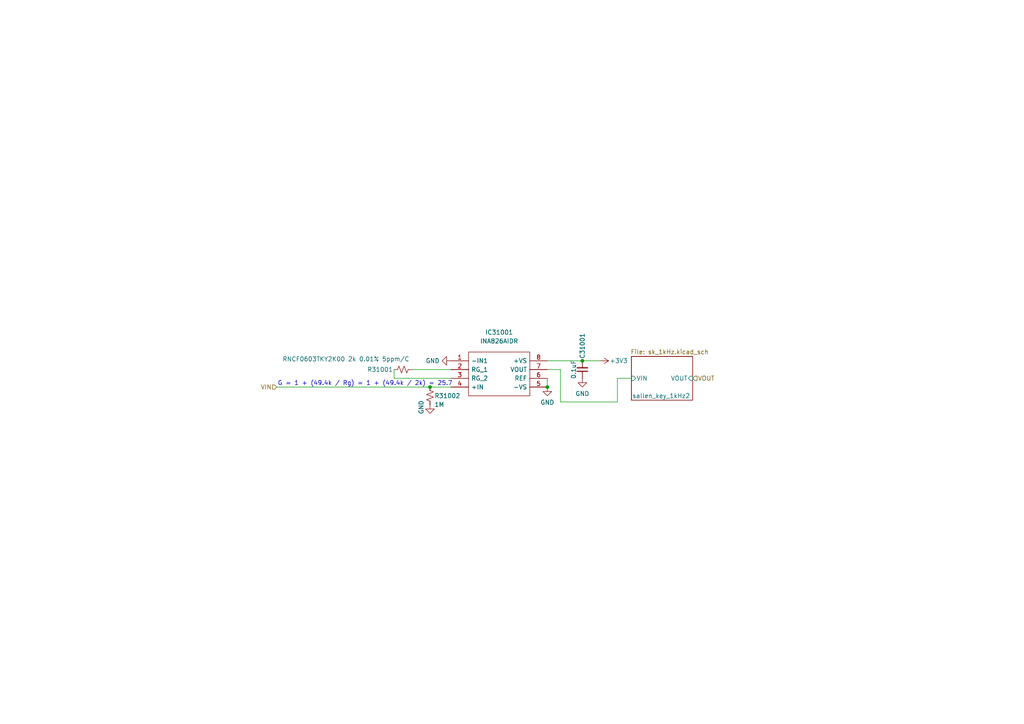
<source format=kicad_sch>
(kicad_sch (version 20231120) (generator "eeschema") (generator_version "8.0")
  (paper "A4")
  (lib_symbols
    (symbol "Device:C_Small" (pin_numbers hide) (pin_names (offset 0.254) hide)
      (property "Reference" "C" (at 0.254 1.778 0))
      (property "Value" "C_Small" (at 0.254 -2.032 0))
      (symbol "C_Small_0_1"
        (polyline (pts (xy -1.524 -0.508) (xy 1.524 -0.508)) (stroke (width 0.3302)))
        (polyline (pts (xy -1.524 0.508) (xy 1.524 0.508)) (stroke (width 0.3048)))
      )
      (symbol "C_Small_1_1"
        (pin passive line (at 0 2.54 270) (length 2.032) (name "~") (number "1"))
        (pin passive line (at 0 -2.54 90) (length 2.032) (name "~") (number "2"))
      )
    )
    (symbol "Device:R_Small_US" (pin_numbers hide) (pin_names (offset 0.254) hide)
      (property "Reference" "R" (at 0.762 0.508 0))
      (property "Value" "R_Small_US" (at 0.762 -1.016 0))
      (symbol "R_Small_US_1_1"
        (polyline (pts (xy 0 0) (xy 1.016 -0.381) (xy 0 -0.762) (xy -1.016 -1.143) (xy 0 -1.524)))
        (polyline (pts (xy 0 1.524) (xy 1.016 1.143) (xy 0 0.762) (xy -1.016 0.381) (xy 0 0)))
        (pin passive line (at 0 2.54 270) (length 1.016) (name "~") (number "1"))
        (pin passive line (at 0 -2.54 90) (length 1.016) (name "~") (number "2"))
      )
    )
    (symbol "aaa:INA826AIDR" (pin_names (offset 0.762))
      (property "Reference" "IC" (at 24.13 7.62 0))
      (property "Value" "INA826AIDR" (at 24.13 5.08 0))
      (symbol "INA826AIDR_0_0"
        (pin passive line (at 0 0 0) (length 5.08) (name "-IN1") (number "1"))
        (pin passive line (at 0 -2.54 0) (length 5.08) (name "RG_1") (number "2"))
        (pin passive line (at 0 -5.08 0) (length 5.08) (name "RG_2") (number "3"))
        (pin passive line (at 0 -7.62 0) (length 5.08) (name "+IN") (number "4"))
        (pin passive line (at 27.94 -7.62 180) (length 5.08) (name "-VS") (number "5"))
        (pin passive line (at 27.94 -5.08 180) (length 5.08) (name "REF") (number "6"))
        (pin passive line (at 27.94 -2.54 180) (length 5.08) (name "VOUT") (number "7"))
        (pin passive line (at 27.94 0 180) (length 5.08) (name "+VS") (number "8"))
      )
      (symbol "INA826AIDR_0_1"
        (polyline (pts (xy 5.08 2.54) (xy 22.86 2.54) (xy 22.86 -10.16) (xy 5.08 -10.16) (xy 5.08 2.54)) (stroke (width 0.1524)))
      )
    )
    (symbol "power:+3V3" (power) (pin_numbers hide) (pin_names (offset 0) hide)
      (property "Value" "+3V3" (at 0 3.556 0))
      (symbol "+3V3_0_1"
        (polyline (pts (xy -0.762 1.27) (xy 0 2.54)))
        (polyline (pts (xy 0 0) (xy 0 2.54)))
        (polyline (pts (xy 0 2.54) (xy 0.762 1.27)))
      )
      (symbol "+3V3_1_1"
        (pin power_in line (at 0 0 90) (length 0) (name "~") (number "1"))
      )
    )
    (symbol "power:GND" (power) (pin_names (offset 0))
      (property "Value" "GND" (at 0 -3.81 0))
      (symbol "GND_0_1"
        (polyline (pts (xy 0 0) (xy 0 -1.27) (xy 1.27 -1.27) (xy 0 -2.54) (xy -1.27 -1.27) (xy 0 -1.27)))
      )
      (symbol "GND_1_1"
        (pin power_in line (at 0 0 270) (length 0) hide (name "GND") (number "1"))
      )
    )
  )
  (junction (at 168.91 104.648))
  (junction (at 124.714 112.268))
  (junction (at 158.75 112.268))
  (wire (pts (xy 114.3 109.728) (xy 130.81 109.728)))
  (wire (pts (xy 162.56 107.188) (xy 158.75 107.188)))
  (wire (pts (xy 124.714 112.268) (xy 80.264 112.268)))
  (wire (pts (xy 119.38 107.188) (xy 130.81 107.188)))
  (wire (pts (xy 183.134 109.728) (xy 179.07 109.728)))
  (wire (pts (xy 124.714 112.268) (xy 130.81 112.268)))
  (wire (pts (xy 158.75 104.648) (xy 168.91 104.648)))
  (wire (pts (xy 162.56 116.586) (xy 162.56 107.188)))
  (wire (pts (xy 168.91 104.648) (xy 173.99 104.648)))
  (wire (pts (xy 179.07 109.728) (xy 179.07 116.586)))
  (wire (pts (xy 162.56 116.586) (xy 179.07 116.586)))
  (wire (pts (xy 114.3 107.188) (xy 114.3 109.728)))
  (wire (pts (xy 158.75 109.728) (xy 158.75 112.268)))
  (text "G = 1 + (49.4k / Rg) = 1 + (49.4k / 2k) = 25.7" (at 80.518 112.014 0) (effects (font (size 1.27 1.27)) (justify left bottom)))
  (hierarchical_label "VOUT" (shape input) (at 200.914 109.728 0))
  (hierarchical_label "VIN" (shape input) (at 80.264 112.268 180))
  (symbol (lib_id "Device:R_Small_US") (at 116.84 107.188 270) (unit 1)
    (property "Reference" "R31001" (at 110.236 107.188 90))
    (property "Value" "RNCF0603TKY2K00 2k 0.01% 5ppm/C" (at 100.33 104.14 90))
    (property "Footprint" "Resistor_SMD:R_0603_1608Metric" (effects (hide yes)))
    (property "LCSC" "C346578" (effects (hide yes)))
  )
  (symbol (lib_id "power:GND") (at 130.81 104.648 270) (unit 1)
    (property "Reference" "#PWR31002" (effects (hide yes)))
    (property "Value" "GND" (at 127.508 104.6479 90) (effects (justify right)))
  )
  (symbol (lib_id "power:+3V3") (at 173.99 104.648 270) (unit 1)
    (property "Reference" "#PWR31005" (effects (hide yes)))
    (property "Value" "+3V3" (at 176.784 104.648 90) (effects (justify left)))
    (property "Description" "Power symbol creates a global label with name \"+3V3\"" (effects (hide yes)))
  )
  (symbol (lib_id "power:GND") (at 168.91 109.728 0) (unit 1)
    (property "Reference" "#PWR31004" (effects (hide yes)))
    (property "Value" "GND" (at 168.91 114.173 0))
  )
  (symbol (lib_id "Device:R_Small_US") (at 124.714 114.808 0) (unit 1)
    (property "Reference" "R31002" (at 125.984 114.808 0) (effects (justify left)))
    (property "Value" "1M" (at 125.984 117.348 0) (effects (justify left)))
    (property "Footprint" "Resistor_SMD:R_0402_1005Metric" (effects (hide yes)))
  )
  (symbol (lib_id "power:GND") (at 124.714 117.348 0) (unit 1)
    (property "Reference" "#PWR31001" (effects (hide yes)))
    (property "Value" "GND" (at 122.174 116.078 90) (effects (justify right)))
  )
  (symbol (lib_id "Device:C_Small") (at 168.91 107.188 180) (unit 1)
    (property "Reference" "C31001" (at 168.91 100.33 90))
    (property "Value" "0.1uF" (at 166.37 107.188 90))
    (property "Footprint" "Capacitor_SMD:C_0402_1005Metric" (effects (hide yes)))
  )
  (symbol (lib_id "aaa:INA826AIDR") (at 130.81 104.648 0) (unit 1)
    (property "Reference" "IC31001" (at 144.78 96.393 0))
    (property "Value" "INA826AIDR" (at 144.78 98.933 0))
    (property "Footprint" "aaa:SOIC127P600X175-8N" (effects (hide yes)))
    (property "Datasheet" "http://www.ti.com/lit/gpn/ina826" (effects (hide yes)))
    (property "Description" "Precision, 200-uA Supply Current, 36-V Supply Instrumentation Amplifier" (effects (hide yes)))
    (property "Height" "1.75" (effects (hide yes)))
    (property "Manufacturer_Name" "Texas Instruments" (effects (hide yes)))
    (property "Manufacturer_Part_Number" "INA826AIDR" (effects (hide yes)))
    (property "Mouser Part Number" "595-INA826AIDR" (effects (hide yes)))
    (property "Mouser Price/Stock" "https://www.mouser.co.uk/ProductDetail/Texas-Instruments/INA826AIDR?qs=RqytGdBYyUFuQNJtlkA6aQ%3D%3D" (effects (hide yes)))
    (property "Arrow Part Number" "INA826AIDR" (effects (hide yes)))
    (property "Arrow Price/Stock" "https://www.arrow.com/en/products/ina826aidr/texas-instruments?region=nac" (effects (hide yes)))
    (property "LCSC" "C38433" (effects (hide yes)))
  )
  (symbol (lib_id "power:GND") (at 158.75 112.268 0) (unit 1)
    (property "Reference" "#PWR31003" (effects (hide yes)))
    (property "Value" "GND" (at 158.75 116.713 0))
  )
  (sheet (at 183.134 103.378) (size 17.78 12.7) (stroke (width 0.1524))
    (property "Sheetname" "sallen_key_1kHz2" (at 183.388 115.57 0) (effects (justify left bottom)))
    (property "Sheetfile" "sk_1kHz.kicad_sch" (at 182.88 101.346 0) (effects (justify left top)))
    (pin "VIN" input (at 183.134 109.728 180))
    (pin "VOUT" input (at 200.914 109.728 0))
  )
)
</source>
